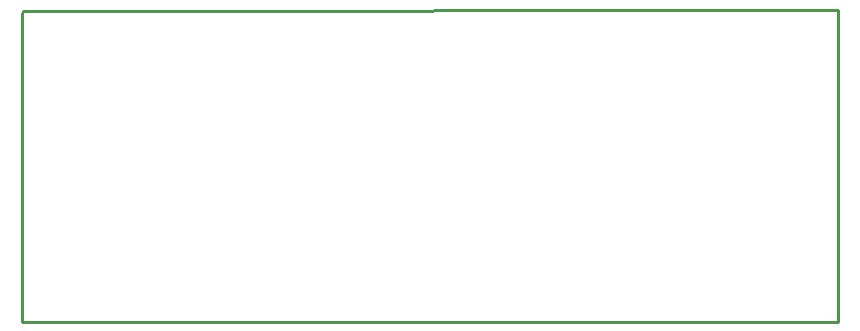
<source format=gko>
G04 Layer: BoardOutlineLayer*
G04 EasyEDA v6.5.38, 2023-11-21 20:31:00*
G04 3b2ada83d2834a8189a3dbe9e069efb4,bdc27fef4a1345bbb39b87b2aadd64ff,10*
G04 Gerber Generator version 0.2*
G04 Scale: 100 percent, Rotated: No, Reflected: No *
G04 Dimensions in millimeters *
G04 leading zeros omitted , absolute positions ,4 integer and 5 decimal *
%FSLAX45Y45*%
%MOMM*%

%ADD10C,0.2540*%
D10*
X1016000Y4648200D02*
G01*
X7914386Y4661407D01*
X7914386Y2019807D01*
X1006602Y2019807D01*
X1003300Y4635500D01*
X1003300Y4546600D01*

%LPD*%
M02*

</source>
